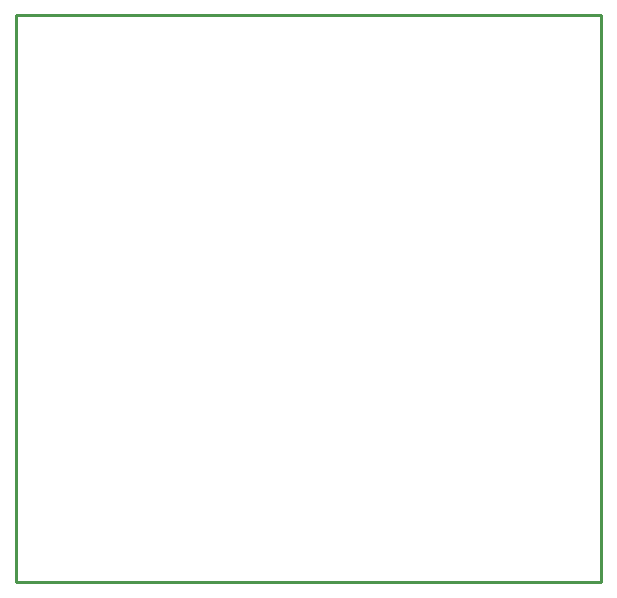
<source format=gko>
G04 Layer: BoardOutline*
G04 EasyEDA v6.2.46, 2019-11-01T12:43:08+01:00*
G04 778d866c1a174c42a2ea303962b88bf4,d54f43e133bf43b298e367d61d3b1b7b,10*
G04 Gerber Generator version 0.2*
G04 Scale: 100 percent, Rotated: No, Reflected: No *
G04 Dimensions in millimeters *
G04 leading zeros omitted , absolute positions ,3 integer and 3 decimal *
%FSLAX33Y33*%
%MOMM*%
G90*
G71D02*

%ADD10C,0.254000*%
G54D10*
G01X0Y47500D02*
G01X0Y48000D01*
G01X49499Y48000D01*
G01X49499Y0D01*
G01X0Y0D01*
G01X0Y24429D01*
G01X0Y38887D01*
G01X0Y47500D01*

%LPD*%
M00*
M02*

</source>
